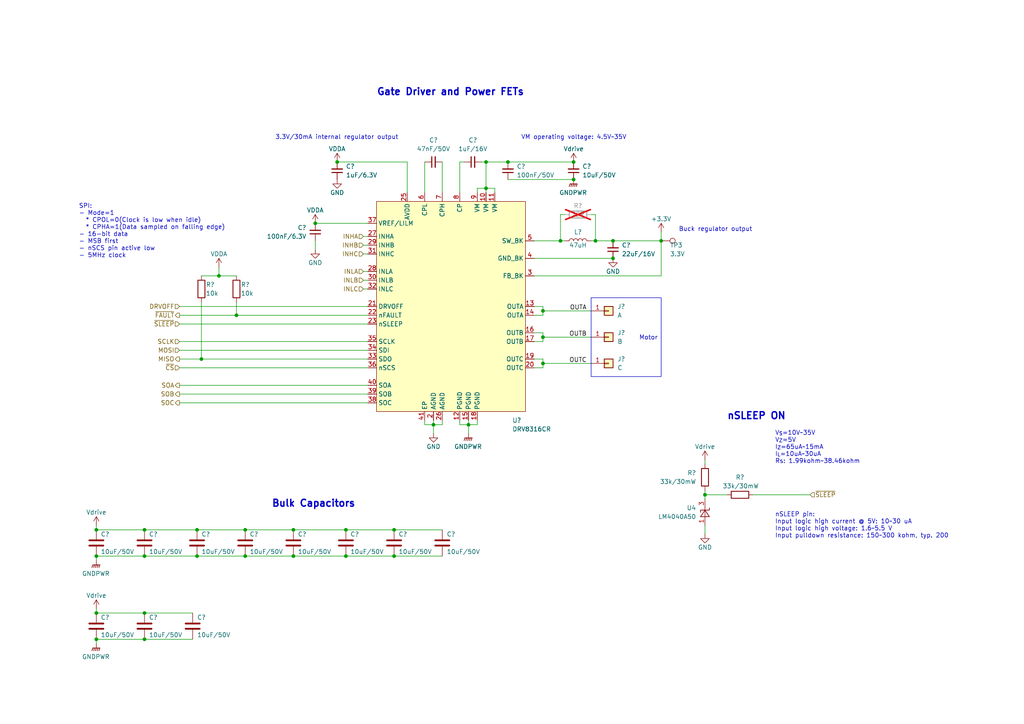
<source format=kicad_sch>
(kicad_sch (version 20230121) (generator eeschema)
  (paper "A4")
  (lib_symbols
    (symbol "Connector:TestPoint" (pin_numbers hide) (pin_names (offset 0.762) hide)
      (property "Reference" "TP" (at 0 6.858 0))
      (property "Value" "TestPoint" (at 0 5.08 0))
      (symbol "TestPoint_0_1"
        (circle (center 0 3.302) (radius 0.762))
      )
      (symbol "TestPoint_1_1"
        (pin passive line (at 0 0 90) (length 2.54) (name "1") (number "1"))
      )
    )
    (symbol "Connector_Generic:Conn_01x01" (pin_names (offset 1.016) hide)
      (property "Reference" "J" (at 0 2.54 0))
      (property "Value" "Conn_01x01" (at 0 -2.54 0))
      (symbol "Conn_01x01_1_1"
        (rectangle (start -1.27 0.127) (end 0 -0.127) (stroke (width 0.1524)))
        (rectangle (start -1.27 1.27) (end 1.27 -1.27) (stroke (width 0.254)) (fill (type background)))
        (pin passive line (at -5.08 0 0) (length 3.81) (name "Pin_1") (number "1"))
      )
    )
    (symbol "Device:C" (pin_numbers hide) (pin_names (offset 0.254))
      (property "Reference" "C" (at 0.635 2.54 0))
      (property "Value" "C" (at 0.635 -2.54 0))
      (symbol "C_0_1"
        (polyline (pts (xy -2.032 -0.762) (xy 2.032 -0.762)) (stroke (width 0.508)))
        (polyline (pts (xy -2.032 0.762) (xy 2.032 0.762)) (stroke (width 0.508)))
      )
      (symbol "C_1_1"
        (pin passive line (at 0 3.81 270) (length 2.794) (name "~") (number "1"))
        (pin passive line (at 0 -3.81 90) (length 2.794) (name "~") (number "2"))
      )
    )
    (symbol "Device:C_Small" (pin_numbers hide) (pin_names (offset 0.254) hide)
      (property "Reference" "C" (at 0.254 1.778 0))
      (property "Value" "C_Small" (at 0.254 -2.032 0))
      (symbol "C_Small_0_1"
        (polyline (pts (xy -1.524 -0.508) (xy 1.524 -0.508)) (stroke (width 0.3302)))
        (polyline (pts (xy -1.524 0.508) (xy 1.524 0.508)) (stroke (width 0.3048)))
      )
      (symbol "C_Small_1_1"
        (pin passive line (at 0 2.54 270) (length 2.032) (name "~") (number "1"))
        (pin passive line (at 0 -2.54 90) (length 2.032) (name "~") (number "2"))
      )
    )
    (symbol "Device:L" (pin_numbers hide) (pin_names (offset 1.016) hide)
      (property "Reference" "L" (at -1.27 0 90))
      (property "Value" "L" (at 1.905 0 90))
      (symbol "L_0_1"
        (arc (start 0 -2.54) (mid 0.6323 -1.905) (end 0 -1.27))
        (arc (start 0 -1.27) (mid 0.6323 -0.635) (end 0 0))
        (arc (start 0 0) (mid 0.6323 0.635) (end 0 1.27))
        (arc (start 0 1.27) (mid 0.6323 1.905) (end 0 2.54))
      )
      (symbol "L_1_1"
        (pin passive line (at 0 3.81 270) (length 1.27) (name "1") (number "1"))
        (pin passive line (at 0 -3.81 90) (length 1.27) (name "2") (number "2"))
      )
    )
    (symbol "Device:R" (pin_numbers hide) (pin_names (offset 0))
      (property "Reference" "R" (at 2.032 0 90))
      (property "Value" "R" (at 0 0 90))
      (symbol "R_0_1"
        (rectangle (start -1.016 -2.54) (end 1.016 2.54) (stroke (width 0.254)))
      )
      (symbol "R_1_1"
        (pin passive line (at 0 3.81 270) (length 1.27) (name "~") (number "1"))
        (pin passive line (at 0 -3.81 90) (length 1.27) (name "~") (number "2"))
      )
    )
    (symbol "Reference_Voltage:LM4040DCK-5" (pin_names (offset 0.0254) hide)
      (property "Reference" "U" (at 0 2.54 0))
      (property "Value" "LM4040DCK-5" (at 0 -3.175 0))
      (symbol "LM4040DCK-5_0_1"
        (polyline (pts (xy -1.27 0) (xy 0 0) (xy 1.27 0)))
        (polyline (pts (xy -1.27 -1.27) (xy 0.635 0) (xy -1.27 1.27) (xy -1.27 -1.27)) (stroke (width 0.2032)))
        (polyline (pts (xy 0 -1.27) (xy 0.635 -1.27) (xy 0.635 1.27) (xy 1.27 1.27)) (stroke (width 0.2032)))
      )
      (symbol "LM4040DCK-5_1_1"
        (pin passive line (at -3.81 0 0) (length 2.54) (name "A") (number "1"))
        (pin passive line (at 3.81 0 180) (length 2.54) (name "K") (number "3"))
      )
    )
    (symbol "moco8316:DRV8316CR"
      (property "Reference" "U?" (at 20.32 -33.02 0))
      (property "Value" "DRV8316CR" (at 20.32 -30.48 0))
      (symbol "DRV8316CR_0_0"
        (pin no_connect non_logic (at 24.13 -20.32 180) (length 2.54) hide (name "NC") (number "1"))
        (pin power_in line (at 10.16 35.56 270) (length 2.54) (name "VM") (number "10"))
        (pin power_in line (at 12.7 35.56 270) (length 2.54) (name "VM") (number "11"))
        (pin power_in line (at 2.54 -30.48 90) (length 2.54) (name "PGND") (number "12"))
        (pin output line (at 24.13 2.54 180) (length 2.54) (name "OUTA") (number "13"))
        (pin output line (at 24.13 0 180) (length 2.54) (name "OUTA") (number "14"))
        (pin power_in line (at 5.08 -30.48 90) (length 2.54) (name "PGND") (number "15"))
        (pin output line (at 24.13 -5.08 180) (length 2.54) (name "OUTB") (number "16"))
        (pin output line (at 24.13 -7.62 180) (length 2.54) (name "OUTB") (number "17"))
        (pin power_in line (at 7.62 -30.48 90) (length 2.54) (name "PGND") (number "18"))
        (pin output line (at 24.13 -12.7 180) (length 2.54) (name "OUTC") (number "19"))
        (pin power_in line (at -5.08 -30.48 90) (length 2.54) (name "AGND") (number "2"))
        (pin output line (at 24.13 -15.24 180) (length 2.54) (name "OUTC") (number "20"))
        (pin input line (at -24.13 2.54 0) (length 2.54) (name "DRVOFF") (number "21"))
        (pin output line (at -24.13 0 0) (length 2.54) (name "nFAULT") (number "22"))
        (pin input line (at -24.13 -2.54 0) (length 2.54) (name "nSLEEP") (number "23"))
        (pin no_connect non_logic (at 24.13 -17.78 180) (length 2.54) hide (name "NC") (number "24"))
        (pin power_out line (at -12.7 35.56 270) (length 2.54) (name "AVDD") (number "25"))
        (pin power_in line (at -2.54 -30.48 90) (length 2.54) (name "AGND") (number "26"))
        (pin input line (at -24.13 22.86 0) (length 2.54) (name "INHA") (number "27"))
        (pin input line (at -24.13 12.7 0) (length 2.54) (name "INLA") (number "28"))
        (pin input line (at -24.13 20.32 0) (length 2.54) (name "INHB") (number "29"))
        (pin power_in line (at 24.13 11.43 180) (length 2.54) (name "FB_BK") (number "3"))
        (pin input line (at -24.13 10.16 0) (length 2.54) (name "INLB") (number "30"))
        (pin input line (at -24.13 17.78 0) (length 2.54) (name "INHC") (number "31"))
        (pin input line (at -24.13 7.62 0) (length 2.54) (name "INLC") (number "32"))
        (pin output line (at -24.13 -12.7 0) (length 2.54) (name "SDO") (number "33"))
        (pin input line (at -24.13 -10.16 0) (length 2.54) (name "SDI") (number "34"))
        (pin input line (at -24.13 -7.62 0) (length 2.54) (name "SCLK") (number "35"))
        (pin input line (at -24.13 -15.24 0) (length 2.54) (name "nSCS") (number "36"))
        (pin power_in line (at -24.13 26.67 0) (length 2.54) (name "VREF/LILM") (number "37"))
        (pin output line (at -24.13 -25.4 0) (length 2.54) (name "SOC") (number "38"))
        (pin output line (at -24.13 -22.86 0) (length 2.54) (name "SOB") (number "39"))
        (pin power_in line (at 24.13 16.51 180) (length 2.54) (name "GND_BK") (number "4"))
        (pin output line (at -24.13 -20.32 0) (length 2.54) (name "SOA") (number "40"))
        (pin power_in line (at -7.62 -30.48 90) (length 2.54) (name "EP") (number "41"))
        (pin power_out line (at 24.13 21.59 180) (length 2.54) (name "SW_BK") (number "5"))
        (pin power_in line (at -7.62 35.56 270) (length 2.54) (name "CPL") (number "6"))
        (pin power_in line (at -2.54 35.56 270) (length 2.54) (name "CPH") (number "7"))
        (pin power_out line (at 2.54 35.56 270) (length 2.54) (name "CP") (number "8"))
        (pin power_in line (at 7.62 35.56 270) (length 2.54) (name "VM") (number "9"))
      )
      (symbol "DRV8316CR_0_1"
        (rectangle (start -21.59 33.02) (end 21.59 -27.94) (fill (type background)))
      )
    )
    (symbol "power:+3.3V" (power) (pin_names (offset 0))
      (property "Value" "+3.3V" (at 0 3.556 0))
      (symbol "+3.3V_0_1"
        (polyline (pts (xy -0.762 1.27) (xy 0 2.54)))
        (polyline (pts (xy 0 0) (xy 0 2.54)))
        (polyline (pts (xy 0 2.54) (xy 0.762 1.27)))
      )
      (symbol "+3.3V_1_1"
        (pin power_in line (at 0 0 90) (length 0) hide (name "+3.3V") (number "1"))
      )
    )
    (symbol "power:GND" (power) (pin_names (offset 0))
      (property "Value" "GND" (at 0 -3.81 0))
      (symbol "GND_0_1"
        (polyline (pts (xy 0 0) (xy 0 -1.27) (xy 1.27 -1.27) (xy 0 -2.54) (xy -1.27 -1.27) (xy 0 -1.27)))
      )
      (symbol "GND_1_1"
        (pin power_in line (at 0 0 270) (length 0) hide (name "GND") (number "1"))
      )
    )
    (symbol "power:GNDPWR" (power) (pin_names (offset 0))
      (property "Value" "GNDPWR" (at 0 -3.302 0))
      (symbol "GNDPWR_0_1"
        (polyline (pts (xy 0 -1.27) (xy 0 0)))
        (polyline (pts (xy -1.016 -1.27) (xy -1.27 -2.032) (xy -1.27 -2.032)) (stroke (width 0.2032)))
        (polyline (pts (xy -0.508 -1.27) (xy -0.762 -2.032) (xy -0.762 -2.032)) (stroke (width 0.2032)))
        (polyline (pts (xy 0 -1.27) (xy -0.254 -2.032) (xy -0.254 -2.032)) (stroke (width 0.2032)))
        (polyline (pts (xy 0.508 -1.27) (xy 0.254 -2.032) (xy 0.254 -2.032)) (stroke (width 0.2032)))
        (polyline (pts (xy 1.016 -1.27) (xy -1.016 -1.27) (xy -1.016 -1.27)) (stroke (width 0.2032)))
        (polyline (pts (xy 1.016 -1.27) (xy 0.762 -2.032) (xy 0.762 -2.032) (xy 0.762 -2.032)) (stroke (width 0.2032)))
      )
      (symbol "GNDPWR_1_1"
        (pin power_in line (at 0 0 270) (length 0) hide (name "GNDPWR") (number "1"))
      )
    )
    (symbol "power:VDDA" (power) (pin_names (offset 0))
      (property "Value" "VDDA" (at 0 3.81 0))
      (symbol "VDDA_0_1"
        (polyline (pts (xy -0.762 1.27) (xy 0 2.54)))
        (polyline (pts (xy 0 0) (xy 0 2.54)))
        (polyline (pts (xy 0 2.54) (xy 0.762 1.27)))
      )
      (symbol "VDDA_1_1"
        (pin power_in line (at 0 0 90) (length 0) hide (name "VDDA") (number "1"))
      )
    )
    (symbol "power:Vdrive" (power) (pin_names (offset 0))
      (property "Value" "Vdrive" (at 0 3.81 0))
      (symbol "Vdrive_0_1"
        (polyline (pts (xy -0.762 1.27) (xy 0 2.54)))
        (polyline (pts (xy 0 0) (xy 0 2.54)))
        (polyline (pts (xy 0 2.54) (xy 0.762 1.27)))
      )
      (symbol "Vdrive_1_1"
        (pin power_in line (at 0 0 90) (length 0) hide (name "Vdrive") (number "1"))
      )
    )
  )
  (junction (at 71.12 161.29))
  (junction (at 27.94 153.67))
  (junction (at 166.37 52.07))
  (junction (at 41.91 161.29))
  (junction (at 41.91 177.8))
  (junction (at 57.15 161.29))
  (junction (at 140.97 46.99))
  (junction (at 140.97 54.61))
  (junction (at 27.94 161.29))
  (junction (at 157.48 90.17))
  (junction (at 162.56 69.85))
  (junction (at 166.37 46.99))
  (junction (at 114.3 161.29))
  (junction (at 125.73 123.19))
  (junction (at 191.77 69.85))
  (junction (at 100.33 153.67))
  (junction (at 157.48 105.41))
  (junction (at 71.12 153.67))
  (junction (at 147.32 46.99))
  (junction (at 57.15 153.67))
  (junction (at 58.42 104.14))
  (junction (at 85.09 153.67))
  (junction (at 41.91 153.67))
  (junction (at 68.58 91.44))
  (junction (at 204.47 143.51))
  (junction (at 91.44 64.77))
  (junction (at 100.33 161.29))
  (junction (at 41.91 185.42))
  (junction (at 97.79 46.99))
  (junction (at 63.5 80.01))
  (junction (at 172.72 69.85))
  (junction (at 27.94 177.8))
  (junction (at 157.48 97.79))
  (junction (at 114.3 153.67))
  (junction (at 85.09 161.29))
  (junction (at 135.89 123.19))
  (junction (at 177.8 69.85))
  (junction (at 27.94 185.42))
  (junction (at 177.8 74.93))
  (wire (pts (xy 105.41 71.12) (xy 106.68 71.12)))
  (wire (pts (xy 154.94 104.14) (xy 157.48 104.14)))
  (wire (pts (xy 52.07 99.06) (xy 106.68 99.06)))
  (wire (pts (xy 57.15 153.67) (xy 71.12 153.67)))
  (wire (pts (xy 105.41 78.74) (xy 106.68 78.74)))
  (wire (pts (xy 105.41 73.66) (xy 106.68 73.66)))
  (wire (pts (xy 138.43 123.19) (xy 135.89 123.19)))
  (wire (pts (xy 105.41 81.28) (xy 106.68 81.28)))
  (wire (pts (xy 138.43 54.61) (xy 140.97 54.61)))
  (wire (pts (xy 118.11 46.99) (xy 118.11 55.88)))
  (wire (pts (xy 139.7 46.99) (xy 140.97 46.99)))
  (wire (pts (xy 157.48 96.52) (xy 157.48 97.79)))
  (wire (pts (xy 41.91 177.8) (xy 55.88 177.8)))
  (wire (pts (xy 128.27 46.99) (xy 128.27 55.88)))
  (wire (pts (xy 143.51 54.61) (xy 143.51 55.88)))
  (wire (pts (xy 27.94 185.42) (xy 41.91 185.42)))
  (wire (pts (xy 135.89 121.92) (xy 135.89 123.19)))
  (wire (pts (xy 157.48 90.17) (xy 157.48 91.44)))
  (wire (pts (xy 133.35 123.19) (xy 135.89 123.19)))
  (wire (pts (xy 52.07 106.68) (xy 106.68 106.68)))
  (wire (pts (xy 133.35 121.92) (xy 133.35 123.19)))
  (wire (pts (xy 123.19 123.19) (xy 125.73 123.19)))
  (wire (pts (xy 134.62 46.99) (xy 133.35 46.99)))
  (wire (pts (xy 218.44 143.51) (xy 234.95 143.51)))
  (wire (pts (xy 100.33 161.29) (xy 114.3 161.29)))
  (wire (pts (xy 27.94 162.56) (xy 27.94 161.29)))
  (wire (pts (xy 63.5 77.47) (xy 63.5 80.01)))
  (wire (pts (xy 140.97 54.61) (xy 143.51 54.61)))
  (wire (pts (xy 27.94 176.53) (xy 27.94 177.8)))
  (wire (pts (xy 162.56 62.23) (xy 162.56 69.85)))
  (wire (pts (xy 91.44 64.77) (xy 106.68 64.77)))
  (wire (pts (xy 85.09 161.29) (xy 100.33 161.29)))
  (wire (pts (xy 157.48 97.79) (xy 157.48 99.06)))
  (wire (pts (xy 154.94 91.44) (xy 157.48 91.44)))
  (wire (pts (xy 157.48 88.9) (xy 157.48 90.17)))
  (wire (pts (xy 204.47 152.4) (xy 204.47 154.94)))
  (wire (pts (xy 154.94 96.52) (xy 157.48 96.52)))
  (wire (pts (xy 85.09 153.67) (xy 100.33 153.67)))
  (wire (pts (xy 157.48 99.06) (xy 154.94 99.06)))
  (wire (pts (xy 128.27 153.67) (xy 114.3 153.67)))
  (wire (pts (xy 68.58 87.63) (xy 68.58 91.44)))
  (wire (pts (xy 52.07 93.98) (xy 106.68 93.98)))
  (wire (pts (xy 191.77 67.31) (xy 191.77 69.85)))
  (wire (pts (xy 63.5 80.01) (xy 58.42 80.01)))
  (wire (pts (xy 154.94 80.01) (xy 191.77 80.01)))
  (wire (pts (xy 162.56 69.85) (xy 163.83 69.85)))
  (wire (pts (xy 27.94 152.4) (xy 27.94 153.67)))
  (wire (pts (xy 58.42 87.63) (xy 58.42 104.14)))
  (wire (pts (xy 172.72 69.85) (xy 177.8 69.85)))
  (wire (pts (xy 52.07 114.3) (xy 106.68 114.3)))
  (wire (pts (xy 27.94 186.69) (xy 27.94 185.42)))
  (wire (pts (xy 105.41 68.58) (xy 106.68 68.58)))
  (wire (pts (xy 97.79 46.99) (xy 118.11 46.99)))
  (wire (pts (xy 105.41 83.82) (xy 106.68 83.82)))
  (wire (pts (xy 41.91 161.29) (xy 27.94 161.29)))
  (wire (pts (xy 135.89 123.19) (xy 135.89 125.73)))
  (wire (pts (xy 147.32 46.99) (xy 166.37 46.99)))
  (wire (pts (xy 52.07 111.76) (xy 106.68 111.76)))
  (wire (pts (xy 138.43 54.61) (xy 138.43 55.88)))
  (wire (pts (xy 128.27 121.92) (xy 128.27 123.19)))
  (wire (pts (xy 128.27 161.29) (xy 114.3 161.29)))
  (wire (pts (xy 154.94 69.85) (xy 162.56 69.85)))
  (wire (pts (xy 52.07 101.6) (xy 106.68 101.6)))
  (wire (pts (xy 154.94 88.9) (xy 157.48 88.9)))
  (wire (pts (xy 157.48 106.68) (xy 154.94 106.68)))
  (wire (pts (xy 41.91 161.29) (xy 57.15 161.29)))
  (wire (pts (xy 138.43 121.92) (xy 138.43 123.19)))
  (wire (pts (xy 123.19 121.92) (xy 123.19 123.19)))
  (wire (pts (xy 123.19 46.99) (xy 123.19 55.88)))
  (wire (pts (xy 172.72 69.85) (xy 171.45 69.85)))
  (wire (pts (xy 52.07 116.84) (xy 106.68 116.84)))
  (wire (pts (xy 204.47 142.24) (xy 204.47 143.51)))
  (wire (pts (xy 133.35 46.99) (xy 133.35 55.88)))
  (wire (pts (xy 157.48 105.41) (xy 157.48 106.68)))
  (wire (pts (xy 57.15 161.29) (xy 71.12 161.29)))
  (wire (pts (xy 172.72 62.23) (xy 171.45 62.23)))
  (wire (pts (xy 41.91 185.42) (xy 55.88 185.42)))
  (wire (pts (xy 27.94 177.8) (xy 41.91 177.8)))
  (wire (pts (xy 41.91 153.67) (xy 57.15 153.67)))
  (wire (pts (xy 157.48 97.79) (xy 171.45 97.79)))
  (wire (pts (xy 204.47 143.51) (xy 210.82 143.51)))
  (wire (pts (xy 162.56 62.23) (xy 163.83 62.23)))
  (wire (pts (xy 140.97 46.99) (xy 140.97 54.61)))
  (wire (pts (xy 125.73 123.19) (xy 125.73 125.73)))
  (wire (pts (xy 154.94 74.93) (xy 177.8 74.93)))
  (wire (pts (xy 177.8 69.85) (xy 191.77 69.85)))
  (wire (pts (xy 157.48 90.17) (xy 171.45 90.17)))
  (wire (pts (xy 58.42 104.14) (xy 106.68 104.14)))
  (wire (pts (xy 100.33 153.67) (xy 114.3 153.67)))
  (wire (pts (xy 157.48 104.14) (xy 157.48 105.41)))
  (wire (pts (xy 71.12 153.67) (xy 85.09 153.67)))
  (wire (pts (xy 125.73 121.92) (xy 125.73 123.19)))
  (wire (pts (xy 52.07 91.44) (xy 68.58 91.44)))
  (wire (pts (xy 52.07 104.14) (xy 58.42 104.14)))
  (wire (pts (xy 204.47 133.35) (xy 204.47 134.62)))
  (wire (pts (xy 52.07 88.9) (xy 106.68 88.9)))
  (wire (pts (xy 128.27 123.19) (xy 125.73 123.19)))
  (wire (pts (xy 191.77 80.01) (xy 191.77 69.85)))
  (wire (pts (xy 147.32 52.07) (xy 166.37 52.07)))
  (wire (pts (xy 204.47 143.51) (xy 204.47 144.78)))
  (wire (pts (xy 172.72 62.23) (xy 172.72 69.85)))
  (wire (pts (xy 41.91 153.67) (xy 27.94 153.67)))
  (wire (pts (xy 68.58 91.44) (xy 106.68 91.44)))
  (wire (pts (xy 91.44 69.85) (xy 91.44 72.39)))
  (wire (pts (xy 140.97 54.61) (xy 140.97 55.88)))
  (wire (pts (xy 147.32 46.99) (xy 140.97 46.99)))
  (wire (pts (xy 63.5 80.01) (xy 68.58 80.01)))
  (wire (pts (xy 71.12 161.29) (xy 85.09 161.29)))
  (wire (pts (xy 157.48 105.41) (xy 171.45 105.41)))
  (text_box "Motor" (at 171.45 86.36 0) (size 20.32 22.86) (effects (font (size 1.27 1.27)) (justify right)))
  (text "nSLEEP ON" (at 210.82 121.92 0) (effects (font (size 2 2) (thickness 0.4) bold) (justify left bottom)))
  (text "SPI:\n- Mode=1\n  * CPOL=0(Clock is low when idle)\n  * CPHA=1(Data sampled on falling edge)\n- 16-bit data\n- MSB first\n- nSCS pin active low\n- 5MHz clock" (at 22.86 74.93 0) (effects (font (size 1.27 1.27)) (justify left bottom)))
  (text "Gate Driver and Power FETs" (at 109.22 27.94 0) (effects (font (size 2 2) (thickness 0.4) bold) (justify left bottom)))
  (text "V_{S}=10V~35V\nV_{Z}=5V\nI_{Z}=65uA~15mA\nI_{L}=10uA~30uA\nRs: 1.99kohm~38.46kohm" (at 224.79 134.62 0) (effects (font (size 1.27 1.27)) (justify left bottom)))
  (text "VM operating voltage: 4.5V~35V" (at 151.13 40.64 0) (effects (font (size 1.27 1.27)) (justify left bottom)))
  (text "Buck regulator output" (at 196.85 67.31 0) (effects (font (size 1.27 1.27)) (justify left bottom)))
  (text "Bulk Capacitors" (at 78.74 147.32 0) (effects (font (size 2 2) (thickness 0.4) bold) (justify left bottom)))
  (text "nSLEEP pin:\nInput logic high current @ 5V: 10~30 uA\nInput logic high voltage: 1.6~5.5 V\nInput pulldown resistance: 150~300 kohm, typ. 200" (at 224.79 156.21 0) (effects (font (size 1.27 1.27)) (justify left bottom)))
  (text "3.3V/30mA internal regulator output" (at 115.57 40.64 0) (effects (font (size 1.27 1.27)) (justify right bottom)))
  (label "OUTC" (at 170.18 105.41 180))
  (label "OUTA" (at 170.18 90.17 180))
  (label "OUTB" (at 170.18 97.79 180))
  (hierarchical_label "SOC" (shape output) (at 52.07 116.84 180))
  (hierarchical_label "~{SLEEP}" (shape input) (at 52.07 93.98 180))
  (hierarchical_label "SOA" (shape output) (at 52.07 111.76 180))
  (hierarchical_label "DRVOFF" (shape input) (at 52.07 88.9 180))
  (hierarchical_label "INLC" (shape input) (at 105.41 83.82 180))
  (hierarchical_label "~{CS}" (shape input) (at 52.07 106.68 180))
  (hierarchical_label "INHC" (shape input) (at 105.41 73.66 180))
  (hierarchical_label "INLA" (shape input) (at 105.41 78.74 180))
  (hierarchical_label "INHB" (shape input) (at 105.41 71.12 180))
  (hierarchical_label "MISO" (shape output) (at 52.07 104.14 180))
  (hierarchical_label "~{FAULT}" (shape output) (at 52.07 91.44 180))
  (hierarchical_label "INHA" (shape input) (at 105.41 68.58 180))
  (hierarchical_label "~{SLEEP}" (shape input) (at 234.95 143.51 0))
  (hierarchical_label "INLB" (shape input) (at 105.41 81.28 180))
  (hierarchical_label "SCLK" (shape input) (at 52.07 99.06 180))
  (hierarchical_label "SOB" (shape output) (at 52.07 114.3 180))
  (hierarchical_label "MOSI" (shape input) (at 52.07 101.6 180))
  (symbol (lib_id "power:GND") (at 177.8 74.93 0) (unit 1)
    (property "Reference" "#PWR?" (effects hide))
    (property "Value" "GND" (at 177.8 78.74 0))
    (instances (project "moco-oi401" (path "" (reference "#PWR?") (unit 1)) (path "" (reference "#PWR027") (unit 1))) (project "moco-bkd8316" (path "" (reference "#PWR?") (unit 1))))
  )
  (symbol (lib_id "power:Vdrive") (at 204.47 133.35 0) (unit 1)
    (property "Reference" "#PWR?" (effects hide))
    (property "Value" "Vdrive" (at 204.47 129.54 0))
    (instances (project "moco-oi401" (path "" (reference "#PWR?") (unit 1)) (path "" (reference "#PWR032") (unit 1))) (project "moco-bkd8316" (path "" (reference "#PWR?") (unit 1))))
  )
  (symbol (lib_id "Device:C") (at 100.33 157.48 0) (mirror y) (unit 1)
    (property "Reference" "C?" (at 101.6 154.94 0) (effects (justify right)))
    (property "Value" "10uF/50V" (at 101.6 160.02 0) (effects (justify right)))
    (property "Footprint" "Capacitor_SMD:C_0805_2012Metric" (effects hide))
    (property "LCSC" "C440198" (effects hide))
    (property "MFR. Part#" "GRM21BR61H106KE43L" (effects hide))
    (instances (project "moco-oi401" (path "" (reference "C?") (unit 1)) (path "" (reference "C28") (unit 1))) (project "moco-bkd8316" (path "" (reference "C?") (unit 1))))
  )
  (symbol (lib_id "power:GND") (at 97.79 52.07 0) (unit 1)
    (property "Reference" "#PWR?" (effects hide))
    (property "Value" "GND" (at 97.79 55.88 0))
    (instances (project "moco-oi401" (path "" (reference "#PWR?") (unit 1)) (path "" (reference "#PWR024") (unit 1))) (project "moco-bkd8316" (path "" (reference "#PWR?") (unit 1))))
  )
  (symbol (lib_id "power:GNDPWR") (at 27.94 186.69 0) (unit 1)
    (property "Reference" "#PWR037" (effects hide))
    (property "Value" "GNDPWR" (at 27.813 190.5 0))
  )
  (symbol (lib_id "Device:R") (at 214.63 143.51 270) (mirror x) (unit 1)
    (property "Reference" "R?" (at 213.36 138.43 90) (effects (justify left)))
    (property "Value" "33k/30mW" (at 209.55 140.97 90) (effects (justify left)))
    (property "Footprint" "Resistor_SMD:R_0402_1005Metric" (effects hide))
    (property "LCSC" "C25779" (effects hide))
    (property "MFR. Part#" "0402WGF3302TCE" (effects hide))
    (instances (project "moco-oi401" (path "" (reference "R?") (unit 1)) (path "" (reference "R11") (unit 1))) (project "moco-bkd8316" (path "" (reference "R?") (unit 1))))
  )
  (symbol (lib_id "Device:C_Small") (at 166.37 49.53 180) (unit 1)
    (property "Reference" "C?" (at 168.91 48.26 0) (effects (justify right)))
    (property "Value" "10uF/50V" (at 168.91 50.8 0) (effects (justify right)))
    (property "Footprint" "Capacitor_SMD:C_0805_2012Metric" (effects hide))
    (property "LCSC" "C440198" (effects hide))
    (property "MFR. Part#" "GRM21BR61H106KE43L" (effects hide))
    (instances (project "moco-oi401" (path "" (reference "C?") (unit 1)) (path "" (reference "C17") (unit 1))) (project "moco-bkd8316" (path "" (reference "C?") (unit 1))))
  )
  (symbol (lib_id "power:Vdrive") (at 27.94 152.4 0) (unit 1)
    (property "Reference" "#PWR?" (effects hide))
    (property "Value" "Vdrive" (at 27.94 148.59 0))
    (instances (project "moco-oi401" (path "" (reference "#PWR?") (unit 1)) (path "" (reference "#PWR033") (unit 1))) (project "moco-bkd8316" (path "" (reference "#PWR?") (unit 1))))
  )
  (symbol (lib_id "Device:R") (at 167.64 62.23 90) (unit 1) (dnp yes)
    (property "Reference" "R?" (at 167.64 59.69 90))
    (property "Value" "22R" (at 167.64 62.23 90))
    (property "Footprint" "Resistor_SMD:R_0603_1608Metric" (effects hide))
    (property "LCSC" "C107701" (effects hide))
    (property "MFR. Part#" "RC0603FR-0722RL" (effects hide))
    (instances (project "moco-oi401" (path "" (reference "R?") (unit 1)) (path "" (reference "R4") (unit 1))) (project "moco-bkd8316" (path "" (reference "R?") (unit 1))))
  )
  (symbol (lib_id "power:Vdrive") (at 166.37 46.99 0) (unit 1)
    (property "Reference" "#PWR?" (effects hide))
    (property "Value" "Vdrive" (at 166.37 43.18 0))
    (instances (project "moco-oi401" (path "" (reference "#PWR?") (unit 1)) (path "" (reference "#PWR023") (unit 1))) (project "moco-bkd8316" (path "" (reference "#PWR?") (unit 1))))
  )
  (symbol (lib_id "Connector:TestPoint") (at 191.77 69.85 270) (unit 1)
    (property "Reference" "TP3" (at 194.31 71.12 90) (effects (justify left)))
    (property "Value" "3.3V" (at 194.31 73.66 90) (effects (justify left)))
    (property "Footprint" "TestPoint:TestPoint_Pad_D1.0mm" (effects hide))
    (instances (project "moco-oi401" (path "" (reference "TP3") (unit 1)) (path "" (reference "TP1") (unit 1))) (project "moco-bkd8316" (path "" (reference "TP?") (unit 1))))
  )
  (symbol (lib_id "power:GND") (at 125.73 125.73 0) (unit 1)
    (property "Reference" "#PWR?" (effects hide))
    (property "Value" "GND" (at 125.73 129.54 0))
    (instances (project "moco-oi401" (path "" (reference "#PWR?") (unit 1)) (path "" (reference "#PWR029") (unit 1))) (project "moco-bkd8316" (path "" (reference "#PWR?") (unit 1))))
  )
  (symbol (lib_id "Connector_Generic:Conn_01x01") (at 176.53 97.79 0) (unit 1)
    (property "Reference" "J?" (at 179.07 96.52 0) (effects (justify left)))
    (property "Value" "B" (at 179.07 99.06 0) (effects (justify left)))
    (property "Footprint" "moco:wire_0.8mm" (effects hide))
    (instances (project "moco-oi401" (path "" (reference "J?") (unit 1)) (path "" (reference "J6") (unit 1))) (project "moco-bkd8316" (path "" (reference "J?") (unit 1))))
  )
  (symbol (lib_id "Device:C") (at 27.94 157.48 0) (mirror y) (unit 1)
    (property "Reference" "C?" (at 29.21 154.94 0) (effects (justify right)))
    (property "Value" "10uF/50V" (at 29.21 160.02 0) (effects (justify right)))
    (property "Footprint" "Capacitor_SMD:C_0805_2012Metric" (effects hide))
    (property "LCSC" "C440198" (effects hide))
    (property "MFR. Part#" "GRM21BR61H106KE43L" (effects hide))
    (instances (project "moco-oi401" (path "" (reference "C?") (unit 1)) (path "" (reference "C23") (unit 1))) (project "moco-bkd8316" (path "" (reference "C?") (unit 1))))
  )
  (symbol (lib_id "Device:C") (at 85.09 157.48 0) (mirror y) (unit 1)
    (property "Reference" "C?" (at 86.36 154.94 0) (effects (justify right)))
    (property "Value" "10uF/50V" (at 86.36 160.02 0) (effects (justify right)))
    (property "Footprint" "Capacitor_SMD:C_0805_2012Metric" (effects hide))
    (property "LCSC" "C440198" (effects hide))
    (property "MFR. Part#" "GRM21BR61H106KE43L" (effects hide))
    (instances (project "moco-oi401" (path "" (reference "C?") (unit 1)) (path "" (reference "C27") (unit 1))) (project "moco-bkd8316" (path "" (reference "C?") (unit 1))))
  )
  (symbol (lib_id "Device:C_Small") (at 177.8 72.39 180) (unit 1)
    (property "Reference" "C?" (at 180.34 71.1136 0) (effects (justify right)))
    (property "Value" "22uF/16V" (at 180.34 73.6536 0) (effects (justify right)))
    (property "Footprint" "Capacitor_SMD:C_0805_2012Metric" (effects hide))
    (property "LCSC" "C45783" (effects hide))
    (property "MFR. Part#" "CL21A226MAQNNNE" (effects hide))
    (instances (project "moco-oi401" (path "" (reference "C?") (unit 1)) (path "" (reference "C19") (unit 1))) (project "moco-bkd8316" (path "" (reference "C?") (unit 1))))
  )
  (symbol (lib_id "Device:C") (at 114.3 157.48 0) (mirror y) (unit 1)
    (property "Reference" "C?" (at 115.57 154.94 0) (effects (justify right)))
    (property "Value" "10uF/50V" (at 115.57 160.02 0) (effects (justify right)))
    (property "Footprint" "Capacitor_SMD:C_0805_2012Metric" (effects hide))
    (property "LCSC" "C440198" (effects hide))
    (property "MFR. Part#" "GRM21BR61H106KE43L" (effects hide))
    (instances (project "moco-oi401" (path "" (reference "C?") (unit 1)) (path "" (reference "C29") (unit 1))) (project "moco-bkd8316" (path "" (reference "C?") (unit 1))))
  )
  (symbol (lib_id "Device:C") (at 27.94 181.61 0) (mirror y) (unit 1)
    (property "Reference" "C?" (at 29.21 179.07 0) (effects (justify right)))
    (property "Value" "10uF/50V" (at 29.21 184.15 0) (effects (justify right)))
    (property "Footprint" "Capacitor_SMD:C_0805_2012Metric" (effects hide))
    (property "LCSC" "C440198" (effects hide))
    (property "MFR. Part#" "GRM21BR61H106KE43L" (effects hide))
    (instances (project "moco-oi401" (path "" (reference "C?") (unit 1)) (path "" (reference "C31") (unit 1))) (project "moco-bkd8316" (path "" (reference "C?") (unit 1))))
  )
  (symbol (lib_id "power:+3.3V") (at 191.77 67.31 0) (unit 1)
    (property "Reference" "#PWR?" (effects hide))
    (property "Value" "+3.3V" (at 191.77 63.5 0))
    (instances (project "moco-oi401" (path "" (reference "#PWR?") (unit 1)) (path "" (reference "#PWR06") (unit 1)) (path "" (reference "#PWR05") (unit 1))) (project "moco-od501" (path "" (reference "#PWR?") (unit 1))))
  )
  (symbol (lib_id "moco8316:DRV8316CR") (at 130.81 91.44 0) (unit 1)
    (property "Reference" "U?" (at 148.59 121.92 0) (effects (justify left)))
    (property "Value" "DRV8316CR" (at 148.59 124.46 0) (effects (justify left)))
    (property "Footprint" "moco:VQFN-40_RGF_5x7mm_0.5mm_pitch_thermalpad" (effects hide))
    (property "Datasheet" "https://www.ti.com/document-viewer/DRV8316C/datasheet/" (effects hide))
    (property "LCSC" "C5447274" (effects hide))
    (property "MFR. Part#" "DRV8316CRRGFR" (effects hide))
    (instances (project "moco-oi401" (path "" (reference "U?") (unit 1)) (path "" (reference "U3") (unit 1))) (project "moco-bkd8316" (path "" (reference "U?") (unit 1))))
  )
  (symbol (lib_id "Device:C") (at 128.27 157.48 0) (mirror y) (unit 1)
    (property "Reference" "C?" (at 129.54 154.94 0) (effects (justify right)))
    (property "Value" "10uF/50V" (at 129.54 160.02 0) (effects (justify right)))
    (property "Footprint" "Capacitor_SMD:C_0805_2012Metric" (effects hide))
    (property "LCSC" "C440198" (effects hide))
    (property "MFR. Part#" "GRM21BR61H106KE43L" (effects hide))
    (instances (project "moco-oi401" (path "" (reference "C?") (unit 1)) (path "" (reference "C30") (unit 1))) (project "moco-bkd8316" (path "" (reference "C?") (unit 1))))
  )
  (symbol (lib_id "Connector_Generic:Conn_01x01") (at 176.53 90.17 0) (unit 1)
    (property "Reference" "J?" (at 179.07 88.9 0) (effects (justify left)))
    (property "Value" "A" (at 179.07 91.44 0) (effects (justify left)))
    (property "Footprint" "moco:wire_0.8mm" (effects hide))
    (instances (project "moco-oi401" (path "" (reference "J?") (unit 1)) (path "" (reference "J5") (unit 1))) (project "moco-bkd8316" (path "" (reference "J?") (unit 1))))
  )
  (symbol (lib_id "power:VDDA") (at 97.79 46.99 0) (unit 1)
    (property "Reference" "#PWR014" (effects hide))
    (property "Value" "VDDA" (at 97.79 43.18 0))
  )
  (symbol (lib_id "Device:C") (at 55.88 181.61 0) (mirror y) (unit 1)
    (property "Reference" "C?" (at 57.15 179.07 0) (effects (justify right)))
    (property "Value" "10uF/50V" (at 57.15 184.15 0) (effects (justify right)))
    (property "Footprint" "Capacitor_SMD:C_0805_2012Metric" (effects hide))
    (property "LCSC" "C440198" (effects hide))
    (property "MFR. Part#" "GRM21BR61H106KE43L" (effects hide))
    (instances (project "moco-oi401" (path "" (reference "C?") (unit 1)) (path "" (reference "C33") (unit 1))) (project "moco-bkd8316" (path "" (reference "C?") (unit 1))))
  )
  (symbol (lib_id "power:GNDPWR") (at 27.94 162.56 0) (unit 1)
    (property "Reference" "#PWR035" (effects hide))
    (property "Value" "GNDPWR" (at 27.813 166.37 0))
  )
  (symbol (lib_id "Device:C") (at 41.91 181.61 0) (mirror y) (unit 1)
    (property "Reference" "C?" (at 43.18 179.07 0) (effects (justify right)))
    (property "Value" "10uF/50V" (at 43.18 184.15 0) (effects (justify right)))
    (property "Footprint" "Capacitor_SMD:C_0805_2012Metric" (effects hide))
    (property "LCSC" "C440198" (effects hide))
    (property "MFR. Part#" "GRM21BR61H106KE43L" (effects hide))
    (instances (project "moco-oi401" (path "" (reference "C?") (unit 1)) (path "" (reference "C32") (unit 1))) (project "moco-bkd8316" (path "" (reference "C?") (unit 1))))
  )
  (symbol (lib_id "Device:C") (at 57.15 157.48 0) (mirror y) (unit 1)
    (property "Reference" "C?" (at 58.42 154.94 0) (effects (justify right)))
    (property "Value" "10uF/50V" (at 58.42 160.02 0) (effects (justify right)))
    (property "Footprint" "Capacitor_SMD:C_0805_2012Metric" (effects hide))
    (property "LCSC" "C440198" (effects hide))
    (property "MFR. Part#" "GRM21BR61H106KE43L" (effects hide))
    (instances (project "moco-oi401" (path "" (reference "C?") (unit 1)) (path "" (reference "C25") (unit 1))) (project "moco-bkd8316" (path "" (reference "C?") (unit 1))))
  )
  (symbol (lib_id "power:VDDA") (at 63.5 77.47 0) (unit 1)
    (property "Reference" "#PWR017" (effects hide))
    (property "Value" "VDDA" (at 63.5 73.66 0))
  )
  (symbol (lib_id "Device:C") (at 41.91 157.48 0) (mirror y) (unit 1)
    (property "Reference" "C?" (at 43.18 154.94 0) (effects (justify right)))
    (property "Value" "10uF/50V" (at 43.18 160.02 0) (effects (justify right)))
    (property "Footprint" "Capacitor_SMD:C_0805_2012Metric" (effects hide))
    (property "LCSC" "C440198" (effects hide))
    (property "MFR. Part#" "GRM21BR61H106KE43L" (effects hide))
    (instances (project "moco-oi401" (path "" (reference "C?") (unit 1)) (path "" (reference "C24") (unit 1))) (project "moco-bkd8316" (path "" (reference "C?") (unit 1))))
  )
  (symbol (lib_id "Connector_Generic:Conn_01x01") (at 176.53 105.41 0) (unit 1)
    (property "Reference" "J?" (at 179.07 104.14 0) (effects (justify left)))
    (property "Value" "C" (at 179.07 106.68 0) (effects (justify left)))
    (property "Footprint" "moco:wire_0.8mm" (effects hide))
    (instances (project "moco-oi401" (path "" (reference "J?") (unit 1)) (path "" (reference "J7") (unit 1))) (project "moco-bkd8316" (path "" (reference "J?") (unit 1))))
  )
  (symbol (lib_id "Device:C_Small") (at 91.44 67.31 0) (mirror x) (unit 1)
    (property "Reference" "C?" (at 88.9 66.04 0) (effects (justify right)))
    (property "Value" "100nF/6.3V" (at 88.9 68.58 0) (effects (justify right)))
    (property "Footprint" "Capacitor_SMD:C_0402_1005Metric" (effects hide))
    (property "LCSC" "C307331" (effects hide))
    (property "MFR. Part#" "CL05B104KB54PNC" (effects hide))
    (instances (project "moco-oi401" (path "" (reference "C?") (unit 1)) (path "" (reference "C1") (unit 1))) (project "moco-bkd8316" (path "" (reference "C?") (unit 1))))
  )
  (symbol (lib_id "Device:C_Small") (at 137.16 46.99 90) (unit 1)
    (property "Reference" "C?" (at 137.1663 40.64 90))
    (property "Value" "1uF/16V" (at 137.16 43.18 90))
    (property "Footprint" "Capacitor_SMD:C_0603_1608Metric" (effects hide))
    (property "LCSC" "C15849" (effects hide))
    (property "MFR. Part#" "CL10A105KB8NNNC" (effects hide))
    (instances (project "moco-oi401" (path "" (reference "C?") (unit 1)) (path "" (reference "C14") (unit 1))) (project "moco-bkd8316" (path "" (reference "C?") (unit 1))))
  )
  (symbol (lib_id "Device:R") (at 68.58 83.82 0) (unit 1)
    (property "Reference" "R?" (at 69.85 82.55 0) (effects (justify left)))
    (property "Value" "10k" (at 69.85 85.09 0) (effects (justify left)))
    (property "Footprint" "Resistor_SMD:R_0402_1005Metric" (effects hide))
    (instances (project "moco-oi401" (path "" (reference "R?") (unit 1)) (path "" (reference "R6") (unit 1))) (project "moco-bkd8316" (path "" (reference "R?") (unit 1))))
  )
  (symbol (lib_id "power:GND") (at 91.44 72.39 0) (mirror y) (unit 1)
    (property "Reference" "#PWR?" (effects hide))
    (property "Value" "GND" (at 91.44 76.2 0))
    (instances (project "moco-oi401" (path "" (reference "#PWR?") (unit 1)) (path "" (reference "#PWR026") (unit 1))) (project "moco-bkd8316" (path "" (reference "#PWR?") (unit 1))))
  )
  (symbol (lib_id "Device:L") (at 167.64 69.85 90) (unit 1)
    (property "Reference" "L?" (at 167.64 67.31 90))
    (property "Value" "47uH" (at 167.64 71.12 90))
    (property "Footprint" "Inductor_SMD:L_Taiyo-Yuden_MD-3030" (effects hide))
    (property "MFR. Part#" "SMNR3015-470MT" (effects hide))
    (property "LCSC" "C135243" (effects hide))
    (instances (project "moco-oi401" (path "" (reference "L?") (unit 1)) (path "" (reference "L1") (unit 1))) (project "moco-bkd8316" (path "" (reference "L?") (unit 1))))
  )
  (symbol (lib_id "Reference_Voltage:LM4040DCK-5") (at 204.47 148.59 270) (mirror x) (unit 1)
    (property "Reference" "U4" (at 201.93 147.32 90) (effects (justify right)))
    (property "Value" "LM4040A50" (at 201.93 149.86 90) (effects (justify right)))
    (property "Footprint" "Package_TO_SOT_SMD:SOT-353_SC-70-5" (effects hide))
    (property "MFR. Part#" "LM4040A50IDCKRG4" (effects hide))
    (property "LCSC" "C3680585" (effects hide))
  )
  (symbol (lib_id "power:GNDPWR") (at 166.37 52.07 0) (unit 1)
    (property "Reference" "#PWR025" (effects hide))
    (property "Value" "GNDPWR" (at 166.243 55.88 0))
  )
  (symbol (lib_id "Device:C_Small") (at 125.73 46.99 90) (unit 1)
    (property "Reference" "C?" (at 125.7363 40.64 90))
    (property "Value" "47nF/50V" (at 125.7363 43.18 90))
    (property "Footprint" "Capacitor_SMD:C_0603_1608Metric" (effects hide))
    (property "LCSC" "C1622" (effects hide))
    (property "MFR. Part#" "CL10B473KB8NNNC" (effects hide))
    (instances (project "moco-oi401" (path "" (reference "C?") (unit 1)) (path "" (reference "C13") (unit 1))) (project "moco-bkd8316" (path "" (reference "C?") (unit 1))))
  )
  (symbol (lib_id "power:VDDA") (at 91.44 64.77 0) (unit 1)
    (property "Reference" "#PWR013" (effects hide))
    (property "Value" "VDDA" (at 91.44 60.96 0))
  )
  (symbol (lib_id "Device:C_Small") (at 97.79 49.53 180) (unit 1)
    (property "Reference" "C?" (at 100.33 48.2535 0) (effects (justify right)))
    (property "Value" "1uF/6.3V" (at 100.33 50.7935 0) (effects (justify right)))
    (property "Footprint" "Capacitor_SMD:C_0402_1005Metric" (effects hide))
    (property "LCSC" "C52923" (effects hide))
    (property "MFR. Part#" "CL05A105KA5NQNC" (effects hide))
    (instances (project "moco-oi401" (path "" (reference "C?") (unit 1)) (path "" (reference "C15") (unit 1))) (project "moco-bkd8316" (path "" (reference "C?") (unit 1))))
  )
  (symbol (lib_id "power:GND") (at 204.47 154.94 0) (unit 1)
    (property "Reference" "#PWR?" (effects hide))
    (property "Value" "GND" (at 204.47 158.75 0))
    (instances (project "moco-oi401" (path "" (reference "#PWR?") (unit 1)) (path "" (reference "#PWR034") (unit 1))) (project "moco-bkd8316" (path "" (reference "#PWR?") (unit 1))))
  )
  (symbol (lib_id "power:GNDPWR") (at 135.89 125.73 0) (unit 1)
    (property "Reference" "#PWR030" (effects hide))
    (property "Value" "GNDPWR" (at 135.763 129.54 0))
  )
  (symbol (lib_id "Device:C_Small") (at 147.32 49.53 180) (unit 1)
    (property "Reference" "C?" (at 149.86 48.26 0) (effects (justify right)))
    (property "Value" "100nF/50V" (at 149.86 50.8 0) (effects (justify right)))
    (property "Footprint" "Capacitor_SMD:C_0402_1005Metric" (effects hide))
    (property "LCSC" "C307331" (effects hide))
    (property "MFR. Part#" "CL05B104KB54PNC" (effects hide))
    (instances (project "moco-oi401" (path "" (reference "C?") (unit 1)) (path "" (reference "C16") (unit 1))) (project "moco-bkd8316" (path "" (reference "C?") (unit 1))))
  )
  (symbol (lib_id "Device:R") (at 58.42 83.82 0) (unit 1)
    (property "Reference" "R?" (at 59.69 82.55 0) (effects (justify left)))
    (property "Value" "10k" (at 59.69 85.09 0) (effects (justify left)))
    (property "Footprint" "Resistor_SMD:R_0402_1005Metric" (effects hide))
    (instances (project "moco-oi401" (path "" (reference "R?") (unit 1)) (path "" (reference "R5") (unit 1))) (project "moco-bkd8316" (path "" (reference "R?") (unit 1))))
  )
  (symbol (lib_id "Device:C") (at 71.12 157.48 0) (mirror y) (unit 1)
    (property "Reference" "C?" (at 72.39 154.94 0) (effects (justify right)))
    (property "Value" "10uF/50V" (at 72.39 160.02 0) (effects (justify right)))
    (property "Footprint" "Capacitor_SMD:C_0805_2012Metric" (effects hide))
    (property "LCSC" "C440198" (effects hide))
    (property "MFR. Part#" "GRM21BR61H106KE43L" (effects hide))
    (instances (project "moco-oi401" (path "" (reference "C?") (unit 1)) (path "" (reference "C26") (unit 1))) (project "moco-bkd8316" (path "" (reference "C?") (unit 1))))
  )
  (symbol (lib_id "Device:R") (at 204.47 138.43 0) (mirror y) (unit 1)
    (property "Reference" "R?" (at 201.93 137.16 0) (effects (justify left)))
    (property "Value" "33k/30mW" (at 201.93 139.7 0) (effects (justify left)))
    (property "Footprint" "Resistor_SMD:R_0402_1005Metric" (effects hide))
    (property "LCSC" "C25779" (effects hide))
    (property "MFR. Part#" "0402WGF3302TCE" (effects hide))
    (instances (project "moco-oi401" (path "" (reference "R?") (unit 1)) (path "" (reference "R10") (unit 1))) (project "moco-bkd8316" (path "" (reference "R?") (unit 1))))
  )
  (symbol (lib_id "power:Vdrive") (at 27.94 176.53 0) (unit 1)
    (property "Reference" "#PWR?" (effects hide))
    (property "Value" "Vdrive" (at 27.94 172.72 0))
    (instances (project "moco-oi401" (path "" (reference "#PWR?") (unit 1)) (path "" (reference "#PWR036") (unit 1))) (project "moco-bkd8316" (path "" (reference "#PWR?") (unit 1))))
  )
)
</source>
